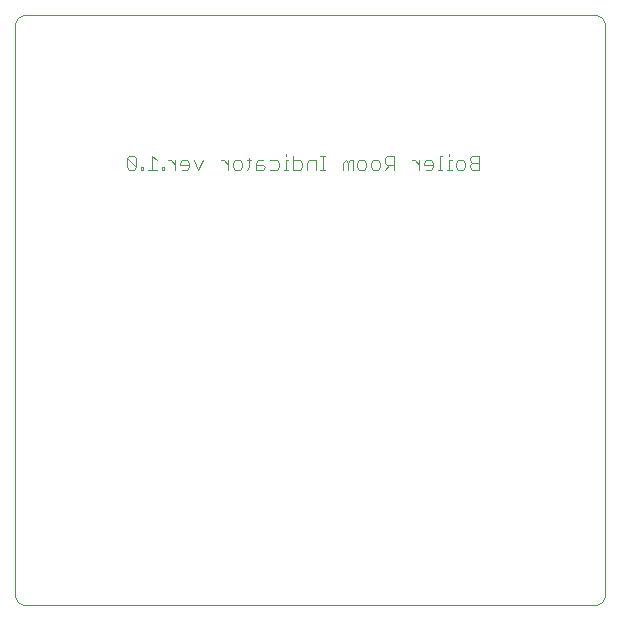
<source format=gbo>
G75*
G70*
%OFA0B0*%
%FSLAX24Y24*%
%IPPOS*%
%LPD*%
%AMOC8*
5,1,8,0,0,1.08239X$1,22.5*
%
%ADD10C,0.0000*%
%ADD11C,0.0040*%
D10*
X000160Y000554D02*
X000160Y019451D01*
X000162Y019490D01*
X000168Y019528D01*
X000177Y019565D01*
X000190Y019602D01*
X000207Y019637D01*
X000226Y019670D01*
X000249Y019701D01*
X000275Y019730D01*
X000304Y019756D01*
X000335Y019779D01*
X000368Y019798D01*
X000403Y019815D01*
X000440Y019828D01*
X000477Y019837D01*
X000515Y019843D01*
X000554Y019845D01*
X019451Y019845D01*
X019490Y019843D01*
X019528Y019837D01*
X019565Y019828D01*
X019602Y019815D01*
X019637Y019798D01*
X019670Y019779D01*
X019701Y019756D01*
X019730Y019730D01*
X019756Y019701D01*
X019779Y019670D01*
X019798Y019637D01*
X019815Y019602D01*
X019828Y019565D01*
X019837Y019528D01*
X019843Y019490D01*
X019845Y019451D01*
X019845Y000554D01*
X019843Y000515D01*
X019837Y000477D01*
X019828Y000440D01*
X019815Y000403D01*
X019798Y000368D01*
X019779Y000335D01*
X019756Y000304D01*
X019730Y000275D01*
X019701Y000249D01*
X019670Y000226D01*
X019637Y000207D01*
X019602Y000190D01*
X019565Y000177D01*
X019528Y000168D01*
X019490Y000162D01*
X019451Y000160D01*
X000554Y000160D01*
X000515Y000162D01*
X000477Y000168D01*
X000440Y000177D01*
X000403Y000190D01*
X000368Y000207D01*
X000335Y000226D01*
X000304Y000249D01*
X000275Y000275D01*
X000249Y000304D01*
X000226Y000335D01*
X000207Y000368D01*
X000190Y000403D01*
X000177Y000440D01*
X000168Y000477D01*
X000162Y000515D01*
X000160Y000554D01*
D11*
X003977Y014680D02*
X003900Y014757D01*
X003900Y015064D01*
X004207Y014757D01*
X004130Y014680D01*
X003977Y014680D01*
X004207Y014757D02*
X004207Y015064D01*
X004130Y015140D01*
X003977Y015140D01*
X003900Y015064D01*
X004360Y014757D02*
X004360Y014680D01*
X004437Y014680D01*
X004437Y014757D01*
X004360Y014757D01*
X004591Y014680D02*
X004898Y014680D01*
X005051Y014680D02*
X005128Y014680D01*
X005128Y014757D01*
X005051Y014757D01*
X005051Y014680D01*
X004898Y014987D02*
X004744Y015140D01*
X004744Y014680D01*
X005281Y014987D02*
X005358Y014987D01*
X005511Y014833D01*
X005511Y014680D02*
X005511Y014987D01*
X005665Y014910D02*
X005665Y014833D01*
X005972Y014833D01*
X005972Y014757D02*
X005972Y014910D01*
X005895Y014987D01*
X005742Y014987D01*
X005665Y014910D01*
X005742Y014680D02*
X005895Y014680D01*
X005972Y014757D01*
X006125Y014987D02*
X006279Y014680D01*
X006432Y014987D01*
X007046Y014987D02*
X007123Y014987D01*
X007276Y014833D01*
X007276Y014680D02*
X007276Y014987D01*
X007430Y014910D02*
X007430Y014757D01*
X007506Y014680D01*
X007660Y014680D01*
X007737Y014757D01*
X007737Y014910D01*
X007660Y014987D01*
X007506Y014987D01*
X007430Y014910D01*
X007890Y014987D02*
X008044Y014987D01*
X007967Y015064D02*
X007967Y014757D01*
X007890Y014680D01*
X008197Y014680D02*
X008197Y014910D01*
X008274Y014987D01*
X008427Y014987D01*
X008427Y014833D02*
X008197Y014833D01*
X008197Y014680D02*
X008427Y014680D01*
X008504Y014757D01*
X008427Y014833D01*
X008657Y014680D02*
X008888Y014680D01*
X008964Y014757D01*
X008964Y014910D01*
X008888Y014987D01*
X008657Y014987D01*
X009195Y014987D02*
X009195Y014680D01*
X009271Y014680D02*
X009118Y014680D01*
X009425Y014680D02*
X009655Y014680D01*
X009732Y014757D01*
X009732Y014910D01*
X009655Y014987D01*
X009425Y014987D01*
X009425Y015140D02*
X009425Y014680D01*
X009271Y014987D02*
X009195Y014987D01*
X009195Y015140D02*
X009195Y015217D01*
X009885Y014910D02*
X009885Y014680D01*
X009885Y014910D02*
X009962Y014987D01*
X010192Y014987D01*
X010192Y014680D01*
X010345Y014680D02*
X010499Y014680D01*
X010422Y014680D02*
X010422Y015140D01*
X010499Y015140D02*
X010345Y015140D01*
X011113Y014910D02*
X011113Y014680D01*
X011266Y014680D02*
X011266Y014910D01*
X011190Y014987D01*
X011113Y014910D01*
X011266Y014910D02*
X011343Y014987D01*
X011420Y014987D01*
X011420Y014680D01*
X011573Y014757D02*
X011573Y014910D01*
X011650Y014987D01*
X011803Y014987D01*
X011880Y014910D01*
X011880Y014757D01*
X011803Y014680D01*
X011650Y014680D01*
X011573Y014757D01*
X012034Y014757D02*
X012034Y014910D01*
X012110Y014987D01*
X012264Y014987D01*
X012341Y014910D01*
X012341Y014757D01*
X012264Y014680D01*
X012110Y014680D01*
X012034Y014757D01*
X012494Y014680D02*
X012647Y014833D01*
X012571Y014833D02*
X012801Y014833D01*
X012801Y014680D02*
X012801Y015140D01*
X012571Y015140D01*
X012494Y015064D01*
X012494Y014910D01*
X012571Y014833D01*
X013415Y014987D02*
X013492Y014987D01*
X013645Y014833D01*
X013645Y014680D02*
X013645Y014987D01*
X013798Y014910D02*
X013798Y014833D01*
X014105Y014833D01*
X014105Y014757D02*
X014105Y014910D01*
X014029Y014987D01*
X013875Y014987D01*
X013798Y014910D01*
X013875Y014680D02*
X014029Y014680D01*
X014105Y014757D01*
X014259Y014680D02*
X014412Y014680D01*
X014336Y014680D02*
X014336Y015140D01*
X014412Y015140D01*
X014642Y015140D02*
X014642Y015217D01*
X014642Y014987D02*
X014642Y014680D01*
X014566Y014680D02*
X014719Y014680D01*
X014873Y014757D02*
X014873Y014910D01*
X014949Y014987D01*
X015103Y014987D01*
X015180Y014910D01*
X015180Y014757D01*
X015103Y014680D01*
X014949Y014680D01*
X014873Y014757D01*
X014719Y014987D02*
X014642Y014987D01*
X015333Y014987D02*
X015410Y014910D01*
X015640Y014910D01*
X015640Y014680D02*
X015410Y014680D01*
X015333Y014757D01*
X015333Y014833D01*
X015410Y014910D01*
X015333Y014987D02*
X015333Y015064D01*
X015410Y015140D01*
X015640Y015140D01*
X015640Y014680D01*
M02*

</source>
